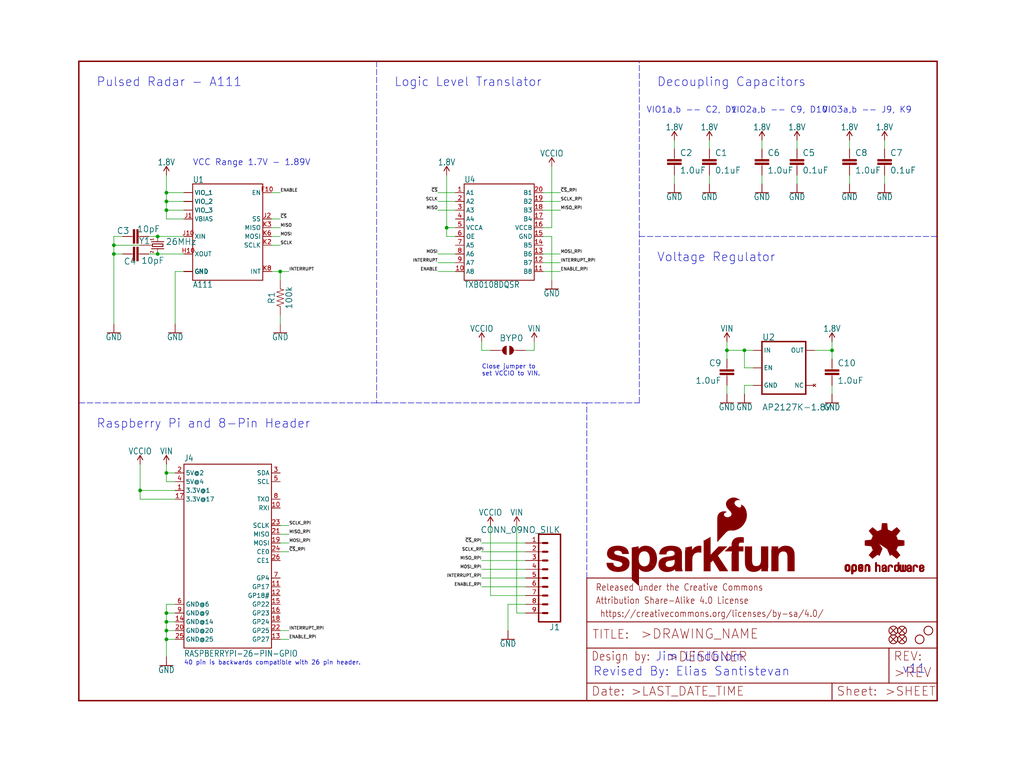
<source format=kicad_sch>
(kicad_sch (version 20211123) (generator eeschema)
  (paper "User" 297.002 223.926)
  (lib_symbols
    (symbol "eagleSchem-eagle-import:0.1UF-0603-25V-(+80{slash}-20%)"
      (property "Reference" "C" (at 1.524 2.921 0))
      (property "Value" "0.1UF-0603-25V-(+80{slash}-20%)" (at 1.524 -2.159 0))
      (symbol "0.1UF-0603-25V-(+80{slash}-20%)_1_0"
        (pin passive line (at 0 5.08 270) (length 2.54) (name "1") (number "1"))
        (pin passive line (at 0 -2.54 90) (length 2.54) (name "2") (number "2"))
      )
    )
    (symbol "eagleSchem-eagle-import:1.0UF-0603-16V-10%"
      (property "Reference" "C" (at 1.524 2.921 0))
      (property "Value" "1.0UF-0603-16V-10%" (at 1.524 -2.159 0))
      (symbol "1.0UF-0603-16V-10%_1_0"
        (pin passive line (at 0 5.08 270) (length 2.54) (name "1") (number "1"))
        (pin passive line (at 0 -2.54 90) (length 2.54) (name "2") (number "2"))
      )
    )
    (symbol "eagleSchem-eagle-import:1.8V" (power)
      (property "Value" "1.8V" (at 0 2.794 0))
      (symbol "1.8V_1_0"
        (pin power_in line (at 0 0 90) (length 2.54) (name "1.8V") (number "1"))
      )
    )
    (symbol "eagleSchem-eagle-import:100KOHM-0603-1{slash}10W-1%"
      (property "Reference" "R" (at 0 1.524 0))
      (property "Value" "100KOHM-0603-1{slash}10W-1%" (at 0 -1.524 0))
      (symbol "100KOHM-0603-1{slash}10W-1%_1_0"
        (pin passive line (at -5.08 0 0) (length 2.54) (name "1") (number "1"))
        (pin passive line (at 5.08 0 180) (length 2.54) (name "2") (number "2"))
      )
    )
    (symbol "eagleSchem-eagle-import:10PF-0603-50V-5%"
      (property "Reference" "C" (at 1.524 2.921 0))
      (property "Value" "10PF-0603-50V-5%" (at 1.524 -2.159 0))
      (symbol "10PF-0603-50V-5%_1_0"
        (pin passive line (at 0 5.08 270) (length 2.54) (name "1") (number "1"))
        (pin passive line (at 0 -2.54 90) (length 2.54) (name "2") (number "2"))
      )
    )
    (symbol "eagleSchem-eagle-import:A111"
      (property "Reference" "U" (at -10.16 15.494 0))
      (property "Value" "A111" (at -10.16 -12.954 0))
      (symbol "A111_1_0"
        (pin bidirectional line (at -12.7 -10.16 0) (length 2.54) (name "GND") (number "A3"))
        (pin bidirectional line (at -12.7 -10.16 0) (length 2.54) (name "GND") (number "A4"))
        (pin bidirectional line (at -12.7 -10.16 0) (length 2.54) (name "GND") (number "A5"))
        (pin bidirectional line (at -12.7 -10.16 0) (length 2.54) (name "GND") (number "A6"))
        (pin bidirectional line (at -12.7 -10.16 0) (length 2.54) (name "GND") (number "A7"))
        (pin bidirectional line (at -12.7 -10.16 0) (length 2.54) (name "GND") (number "A8"))
        (pin bidirectional line (at -12.7 -10.16 0) (length 2.54) (name "GND") (number "A9"))
        (pin bidirectional line (at -12.7 -10.16 0) (length 2.54) (name "GND") (number "B10"))
        (pin bidirectional line (at -12.7 -10.16 0) (length 2.54) (name "GND") (number "B2"))
        (pin bidirectional line (at -12.7 -10.16 0) (length 2.54) (name "GND") (number "B9"))
        (pin bidirectional line (at -12.7 -10.16 0) (length 2.54) (name "GND") (number "C1"))
        (pin bidirectional line (at -12.7 -10.16 0) (length 2.54) (name "GND") (number "C10"))
        (pin bidirectional line (at -12.7 12.7 0) (length 2.54) (name "VIO_1") (number "C2"))
        (pin bidirectional line (at -12.7 10.16 0) (length 2.54) (name "VIO_2") (number "C9"))
        (pin bidirectional line (at -12.7 12.7 0) (length 2.54) (name "VIO_1") (number "D1"))
        (pin bidirectional line (at -12.7 10.16 0) (length 2.54) (name "VIO_2") (number "D10"))
        (pin bidirectional line (at -12.7 -10.16 0) (length 2.54) (name "GND") (number "D2"))
        (pin bidirectional line (at -12.7 -10.16 0) (length 2.54) (name "GND") (number "D9"))
        (pin bidirectional line (at -12.7 -10.16 0) (length 2.54) (name "GND") (number "E1"))
        (pin bidirectional line (at -12.7 -10.16 0) (length 2.54) (name "GND") (number "E10"))
        (pin bidirectional line (at -12.7 -10.16 0) (length 2.54) (name "GND") (number "E2"))
        (pin bidirectional line (at -12.7 -10.16 0) (length 2.54) (name "GND") (number "E9"))
        (pin bidirectional line (at -12.7 -10.16 0) (length 2.54) (name "GND") (number "F1"))
        (pin bidirectional line (at 12.7 12.7 180) (length 2.54) (name "EN") (number "F10"))
        (pin bidirectional line (at -12.7 -10.16 0) (length 2.54) (name "GND") (number "F2"))
        (pin bidirectional line (at -12.7 -10.16 0) (length 2.54) (name "GND") (number "F9"))
        (pin bidirectional line (at -12.7 -10.16 0) (length 2.54) (name "GND") (number "G1"))
        (pin bidirectional line (at -12.7 -10.16 0) (length 2.54) (name "GND") (number "G10"))
        (pin bidirectional line (at -12.7 -10.16 0) (length 2.54) (name "GND") (number "H1"))
        (pin bidirectional line (at -12.7 -5.08 0) (length 2.54) (name "XOUT") (number "H10"))
        (pin bidirectional line (at -12.7 -10.16 0) (length 2.54) (name "GND") (number "H2"))
        (pin bidirectional line (at -12.7 -10.16 0) (length 2.54) (name "GND") (number "H9"))
        (pin bidirectional line (at -12.7 5.08 0) (length 2.54) (name "VBIAS") (number "J1"))
        (pin bidirectional line (at -12.7 0 0) (length 2.54) (name "XIN") (number "J10"))
        (pin bidirectional line (at 12.7 5.08 180) (length 2.54) (name "SS") (number "J2"))
        (pin bidirectional line (at -12.7 -10.16 0) (length 2.54) (name "GND") (number "J3"))
        (pin bidirectional line (at -12.7 -10.16 0) (length 2.54) (name "GND") (number "J5"))
        (pin bidirectional line (at -12.7 -10.16 0) (length 2.54) (name "GND") (number "J6"))
        (pin bidirectional line (at -12.7 -10.16 0) (length 2.54) (name "GND") (number "J8"))
        (pin bidirectional line (at -12.7 7.62 0) (length 2.54) (name "VIO_3") (number "J9"))
        (pin bidirectional line (at 12.7 -2.54 180) (length 2.54) (name "SCLK") (number "K2"))
        (pin bidirectional line (at 12.7 2.54 180) (length 2.54) (name "MISO") (number "K3"))
        (pin bidirectional line (at -12.7 -10.16 0) (length 2.54) (name "GND") (number "K4"))
        (pin bidirectional line (at -12.7 -10.16 0) (length 2.54) (name "GND") (number "K5"))
        (pin bidirectional line (at 12.7 0 180) (length 2.54) (name "MOSI") (number "K6"))
        (pin bidirectional line (at -12.7 -10.16 0) (length 2.54) (name "GND") (number "K7"))
        (pin bidirectional line (at 12.7 -10.16 180) (length 2.54) (name "INT") (number "K8"))
        (pin bidirectional line (at -12.7 7.62 0) (length 2.54) (name "VIO_3") (number "K9"))
      )
    )
    (symbol "eagleSchem-eagle-import:CONN_09NO_SILK"
      (property "Reference" "J" (at 0 13.208 0))
      (property "Value" "CONN_09NO_SILK" (at 0 -14.986 0))
      (symbol "CONN_09NO_SILK_1_0"
        (pin passive line (at 10.16 -10.16 180) (length 5.08) (name "1") (number "1"))
        (pin passive line (at 10.16 -7.62 180) (length 5.08) (name "2") (number "2"))
        (pin passive line (at 10.16 -5.08 180) (length 5.08) (name "3") (number "3"))
        (pin passive line (at 10.16 -2.54 180) (length 5.08) (name "4") (number "4"))
        (pin passive line (at 10.16 0 180) (length 5.08) (name "5") (number "5"))
        (pin passive line (at 10.16 2.54 180) (length 5.08) (name "6") (number "6"))
        (pin passive line (at 10.16 5.08 180) (length 5.08) (name "7") (number "7"))
        (pin passive line (at 10.16 7.62 180) (length 5.08) (name "8") (number "8"))
        (pin passive line (at 10.16 10.16 180) (length 5.08) (name "9") (number "9"))
      )
    )
    (symbol "eagleSchem-eagle-import:CRYSTAL-26MHZSMD-3.2X2.5"
      (property "Reference" "Y" (at -1.27 -1.524 0))
      (property "Value" "CRYSTAL-26MHZSMD-3.2X2.5" (at 1.524 -1.524 0))
      (symbol "CRYSTAL-26MHZSMD-3.2X2.5_1_0"
        (text "1" (at -2.159 -1.143 0) (effects (font (size 0.8636 0.734)) (justify left bottom)))
        (text "2" (at 1.524 -1.143 0) (effects (font (size 0.8636 0.734)) (justify left bottom)))
        (pin passive line (at -2.54 0 0) (length 0) (name "1") (number "1"))
        (pin power_in line (at 0 -5.08 90) (length 2.54) (name "GND") (number "2"))
        (pin passive line (at 2.54 0 180) (length 0) (name "2") (number "3"))
        (pin power_in line (at 0 -5.08 90) (length 2.54) (name "GND") (number "4"))
      )
    )
    (symbol "eagleSchem-eagle-import:FIDUCIALUFIDUCIAL")
    (symbol "eagleSchem-eagle-import:FRAME-LETTER"
      (symbol "FRAME-LETTER_2_0"
        (text " https://creativecommons.org/licenses/by-sa/4.0/" (at 2.54 24.13 0) (effects (font (size 1.9304 1.6408)) (justify left bottom)))
        (text ">DESIGNER" (at 23.114 11.176 0) (effects (font (size 2.7432 2.7432)) (justify left bottom)))
        (text ">DRAWING_NAME" (at 15.494 17.78 0) (effects (font (size 2.7432 2.7432)) (justify left bottom)))
        (text ">LAST_DATE_TIME" (at 12.7 1.27 0) (effects (font (size 2.54 2.54)) (justify left bottom)))
        (text ">REV" (at 88.9 6.604 0) (effects (font (size 2.7432 2.7432)) (justify left bottom)))
        (text ">SHEET" (at 86.36 1.27 0) (effects (font (size 2.54 2.54)) (justify left bottom)))
        (text "Attribution Share-Alike 4.0 License" (at 2.54 27.94 0) (effects (font (size 1.9304 1.6408)) (justify left bottom)))
        (text "Date:" (at 1.27 1.27 0) (effects (font (size 2.54 2.54)) (justify left bottom)))
        (text "Design by:" (at 1.27 11.43 0) (effects (font (size 2.54 2.159)) (justify left bottom)))
        (text "Released under the Creative Commons" (at 2.54 31.75 0) (effects (font (size 1.9304 1.6408)) (justify left bottom)))
        (text "REV:" (at 88.9 11.43 0) (effects (font (size 2.54 2.54)) (justify left bottom)))
        (text "Sheet:" (at 72.39 1.27 0) (effects (font (size 2.54 2.54)) (justify left bottom)))
        (text "TITLE:" (at 1.524 17.78 0) (effects (font (size 2.54 2.54)) (justify left bottom)))
      )
    )
    (symbol "eagleSchem-eagle-import:GND" (power)
      (property "Value" "GND" (at 0 -0.254 0))
      (symbol "GND_1_0"
        (pin power_in line (at 0 2.54 270) (length 2.54) (name "GND") (number "1"))
      )
    )
    (symbol "eagleSchem-eagle-import:JUMPER-SMT_2_NO_SILK"
      (property "Reference" "JP" (at -2.54 2.54 0))
      (property "Value" "JUMPER-SMT_2_NO_SILK" (at -2.54 -2.54 0))
      (symbol "JUMPER-SMT_2_NO_SILK_1_0"
        (pin passive line (at -5.08 0 0) (length 2.54) (name "1") (number "1"))
        (pin passive line (at 5.08 0 180) (length 2.54) (name "2") (number "2"))
      )
    )
    (symbol "eagleSchem-eagle-import:OSHW-LOGOS")
    (symbol "eagleSchem-eagle-import:RASPBERRYPI-26-PIN-GPIO"
      (property "Reference" "J" (at -12.7 28.702 0))
      (property "Value" "RASPBERRYPI-26-PIN-GPIO" (at -12.7 -27.94 0))
      (symbol "RASPBERRYPI-26-PIN-GPIO_1_0"
        (pin power_in line (at -15.24 20.32 0) (length 2.54) (name "3.3V@1") (number "1"))
        (pin input line (at 15.24 15.24 180) (length 2.54) (name "RXI") (number "10"))
        (pin bidirectional line (at 15.24 -7.62 180) (length 2.54) (name "GP17") (number "11"))
        (pin bidirectional line (at 15.24 -10.16 180) (length 2.54) (name "GP18#") (number "12"))
        (pin bidirectional line (at 15.24 -22.86 180) (length 2.54) (name "GP27") (number "13"))
        (pin power_in line (at -15.24 -17.78 0) (length 2.54) (name "GND@14") (number "14"))
        (pin bidirectional line (at 15.24 -12.7 180) (length 2.54) (name "GP22") (number "15"))
        (pin bidirectional line (at 15.24 -15.24 180) (length 2.54) (name "GP23") (number "16"))
        (pin power_in line (at -15.24 17.78 0) (length 2.54) (name "3.3V@17") (number "17"))
        (pin bidirectional line (at 15.24 -17.78 180) (length 2.54) (name "GP24") (number "18"))
        (pin output line (at 15.24 5.08 180) (length 2.54) (name "MOSI") (number "19"))
        (pin power_in line (at -15.24 25.4 0) (length 2.54) (name "5V@2") (number "2"))
        (pin power_in line (at -15.24 -20.32 0) (length 2.54) (name "GND@20") (number "20"))
        (pin input line (at 15.24 7.62 180) (length 2.54) (name "MISO") (number "21"))
        (pin bidirectional line (at 15.24 -20.32 180) (length 2.54) (name "GP25") (number "22"))
        (pin output line (at 15.24 10.16 180) (length 2.54) (name "SCLK") (number "23"))
        (pin output line (at 15.24 2.54 180) (length 2.54) (name "CE0") (number "24"))
        (pin power_in line (at -15.24 -22.86 0) (length 2.54) (name "GND@25") (number "25"))
        (pin output line (at 15.24 0 180) (length 2.54) (name "CE1") (number "26"))
        (pin bidirectional line (at 15.24 25.4 180) (length 2.54) (name "SDA") (number "3"))
        (pin power_in line (at -15.24 22.86 0) (length 2.54) (name "5V@4") (number "4"))
        (pin bidirectional line (at 15.24 22.86 180) (length 2.54) (name "SCL") (number "5"))
        (pin power_in line (at -15.24 -12.7 0) (length 2.54) (name "GND@6") (number "6"))
        (pin bidirectional line (at 15.24 -5.08 180) (length 2.54) (name "GP4") (number "7"))
        (pin output line (at 15.24 17.78 180) (length 2.54) (name "TXO") (number "8"))
        (pin power_in line (at -15.24 -15.24 0) (length 2.54) (name "GND@9") (number "9"))
      )
    )
    (symbol "eagleSchem-eagle-import:SFE_LOGO_NAME_FLAME.1_INCH")
    (symbol "eagleSchem-eagle-import:STAND-OFF")
    (symbol "eagleSchem-eagle-import:TXB0108"
      (property "Reference" "U" (at -10.16 13.97 0))
      (property "Value" "TXB0108" (at -10.16 -16.51 0))
      (symbol "TXB0108_1_0"
        (pin bidirectional line (at -12.7 10.16 0) (length 2.54) (name "A1") (number "1"))
        (pin bidirectional line (at -12.7 -12.7 0) (length 2.54) (name "A8") (number "10"))
        (pin bidirectional line (at 12.7 -12.7 180) (length 2.54) (name "B8") (number "11"))
        (pin bidirectional line (at 12.7 -10.16 180) (length 2.54) (name "B7") (number "12"))
        (pin bidirectional line (at 12.7 -7.62 180) (length 2.54) (name "B6") (number "13"))
        (pin bidirectional line (at 12.7 -5.08 180) (length 2.54) (name "B5") (number "14"))
        (pin bidirectional line (at 12.7 -2.54 180) (length 2.54) (name "GND") (number "15"))
        (pin bidirectional line (at 12.7 0 180) (length 2.54) (name "VCCB") (number "16"))
        (pin bidirectional line (at 12.7 2.54 180) (length 2.54) (name "B4") (number "17"))
        (pin bidirectional line (at 12.7 5.08 180) (length 2.54) (name "B3") (number "18"))
        (pin bidirectional line (at 12.7 7.62 180) (length 2.54) (name "B2") (number "19"))
        (pin bidirectional line (at -12.7 7.62 0) (length 2.54) (name "A2") (number "2"))
        (pin bidirectional line (at 12.7 10.16 180) (length 2.54) (name "B1") (number "20"))
        (pin bidirectional line (at -12.7 5.08 0) (length 2.54) (name "A3") (number "3"))
        (pin bidirectional line (at -12.7 2.54 0) (length 2.54) (name "A4") (number "4"))
        (pin bidirectional line (at -12.7 0 0) (length 2.54) (name "VCCA") (number "5"))
        (pin bidirectional line (at -12.7 -2.54 0) (length 2.54) (name "OE") (number "6"))
        (pin bidirectional line (at -12.7 -5.08 0) (length 2.54) (name "A5") (number "7"))
        (pin bidirectional line (at -12.7 -7.62 0) (length 2.54) (name "A6") (number "8"))
        (pin bidirectional line (at -12.7 -10.16 0) (length 2.54) (name "A7") (number "9"))
      )
    )
    (symbol "eagleSchem-eagle-import:VCCIO" (power)
      (property "Value" "VCCIO" (at 0 2.794 0))
      (symbol "VCCIO_1_0"
        (pin power_in line (at 0 0 90) (length 2.54) (name "VCCIO") (number "1"))
      )
    )
    (symbol "eagleSchem-eagle-import:VIN" (power)
      (property "Value" "VIN" (at 0 2.794 0))
      (symbol "VIN_1_0"
        (pin power_in line (at 0 0 90) (length 2.54) (name "VIN") (number "1"))
      )
    )
    (symbol "eagleSchem-eagle-import:V_REG_AP2127K-1.8V"
      (property "Reference" "U" (at -7.62 7.874 0))
      (property "Value" "V_REG_AP2127K-1.8V" (at -7.62 -7.874 0))
      (symbol "V_REG_AP2127K-1.8V_1_0"
        (pin input line (at -10.16 5.08 0) (length 2.54) (name "IN") (number "1"))
        (pin input line (at -10.16 -5.08 0) (length 2.54) (name "GND") (number "2"))
        (pin input line (at -10.16 0 0) (length 2.54) (name "EN") (number "3"))
        (pin no_connect line (at 7.62 -5.08 180) (length 2.54) (name "NC") (number "4"))
        (pin passive line (at 7.62 5.08 180) (length 2.54) (name "OUT") (number "5"))
      )
    )
  )
  (junction (at 48.26 177.8))
  (junction (at 48.26 185.42))
  (junction (at 81.28 78.74))
  (junction (at 48.26 137.16))
  (junction (at 33.02 73.66))
  (junction (at 210.82 101.6))
  (junction (at 40.64 142.24))
  (junction (at 48.26 58.42))
  (junction (at 45.72 73.66))
  (junction (at 215.9 101.6))
  (junction (at 48.26 60.96))
  (junction (at 129.54 66.04))
  (junction (at 48.26 182.88))
  (junction (at 33.02 71.12))
  (junction (at 45.72 68.58))
  (junction (at 241.3 101.6))
  (junction (at 48.26 55.88))
  (junction (at 48.26 180.34))
  (wire (pts (xy 139.7 165.1) (xy 152.4 165.1)))
  (wire (pts (xy 132.08 60.96) (xy 127 60.96)))
  (wire (pts (xy 48.26 55.88) (xy 48.26 50.8)))
  (wire (pts (xy 48.26 58.42) (xy 48.26 55.88)))
  (wire (pts (xy 50.8 144.78) (xy 40.64 144.78)))
  (wire (pts (xy 78.74 63.5) (xy 81.28 63.5)))
  (wire (pts (xy 246.38 40.64) (xy 246.38 43.18)))
  (wire (pts (xy 50.8 137.16) (xy 48.26 137.16)))
  (wire (pts (xy 50.8 93.98) (xy 50.8 78.74)))
  (wire (pts (xy 195.58 40.64) (xy 195.58 43.18)))
  (wire (pts (xy 48.26 175.26) (xy 48.26 177.8)))
  (wire (pts (xy 231.14 40.64) (xy 231.14 43.18)))
  (wire (pts (xy 205.74 40.64) (xy 205.74 43.18)))
  (wire (pts (xy 210.82 101.6) (xy 210.82 99.06)))
  (wire (pts (xy 53.34 60.96) (xy 48.26 60.96)))
  (wire (pts (xy 132.08 68.58) (xy 129.54 68.58)))
  (wire (pts (xy 139.7 167.64) (xy 152.4 167.64)))
  (wire (pts (xy 132.08 58.42) (xy 127 58.42)))
  (wire (pts (xy 157.48 55.88) (xy 162.56 55.88)))
  (wire (pts (xy 218.44 111.76) (xy 215.9 111.76)))
  (wire (pts (xy 132.08 73.66) (xy 127 73.66)))
  (wire (pts (xy 205.74 53.34) (xy 205.74 50.8)))
  (wire (pts (xy 132.08 78.74) (xy 127 78.74)))
  (wire (pts (xy 210.82 114.3) (xy 210.82 111.76)))
  (wire (pts (xy 160.02 68.58) (xy 160.02 81.28)))
  (polyline (pts (xy 170.18 116.84) (xy 185.42 116.84)))
  (wire (pts (xy 241.3 114.3) (xy 241.3 111.76)))
  (polyline (pts (xy 109.22 17.78) (xy 109.22 116.84)))
  (wire (pts (xy 35.56 68.58) (xy 33.02 68.58)))
  (wire (pts (xy 154.94 101.6) (xy 154.94 99.06)))
  (wire (pts (xy 215.9 101.6) (xy 210.82 101.6)))
  (wire (pts (xy 132.08 66.04) (xy 129.54 66.04)))
  (wire (pts (xy 33.02 68.58) (xy 33.02 71.12)))
  (wire (pts (xy 78.74 68.58) (xy 81.28 68.58)))
  (wire (pts (xy 78.74 71.12) (xy 81.28 71.12)))
  (wire (pts (xy 231.14 53.34) (xy 231.14 50.8)))
  (wire (pts (xy 50.8 139.7) (xy 48.26 139.7)))
  (wire (pts (xy 45.72 73.66) (xy 53.34 73.66)))
  (wire (pts (xy 142.24 101.6) (xy 139.7 101.6)))
  (wire (pts (xy 157.48 68.58) (xy 160.02 68.58)))
  (polyline (pts (xy 185.42 116.84) (xy 185.42 68.58)))
  (wire (pts (xy 53.34 58.42) (xy 48.26 58.42)))
  (wire (pts (xy 33.02 71.12) (xy 33.02 73.66)))
  (wire (pts (xy 45.72 68.58) (xy 53.34 68.58)))
  (polyline (pts (xy 109.22 116.84) (xy 170.18 116.84)))
  (wire (pts (xy 81.28 185.42) (xy 83.82 185.42)))
  (wire (pts (xy 50.8 182.88) (xy 48.26 182.88)))
  (wire (pts (xy 215.9 114.3) (xy 215.9 111.76)))
  (wire (pts (xy 48.26 60.96) (xy 48.26 58.42)))
  (wire (pts (xy 48.26 137.16) (xy 48.26 134.62)))
  (wire (pts (xy 45.72 73.66) (xy 43.18 73.66)))
  (wire (pts (xy 215.9 106.68) (xy 215.9 101.6)))
  (wire (pts (xy 48.26 180.34) (xy 48.26 182.88)))
  (wire (pts (xy 40.64 71.12) (xy 33.02 71.12)))
  (wire (pts (xy 48.26 139.7) (xy 48.26 137.16)))
  (polyline (pts (xy 109.22 116.84) (xy 22.86 116.84)))
  (polyline (pts (xy 170.18 167.64) (xy 170.18 116.84)))
  (wire (pts (xy 129.54 66.04) (xy 129.54 50.8)))
  (wire (pts (xy 53.34 55.88) (xy 48.26 55.88)))
  (wire (pts (xy 48.26 182.88) (xy 48.26 185.42)))
  (wire (pts (xy 157.48 66.04) (xy 160.02 66.04)))
  (wire (pts (xy 132.08 55.88) (xy 127 55.88)))
  (wire (pts (xy 78.74 78.74) (xy 81.28 78.74)))
  (wire (pts (xy 142.24 172.72) (xy 142.24 152.4)))
  (wire (pts (xy 218.44 106.68) (xy 215.9 106.68)))
  (wire (pts (xy 157.48 58.42) (xy 162.56 58.42)))
  (wire (pts (xy 40.64 142.24) (xy 40.64 134.62)))
  (wire (pts (xy 81.28 93.98) (xy 81.28 91.44)))
  (wire (pts (xy 246.38 53.34) (xy 246.38 50.8)))
  (wire (pts (xy 241.3 101.6) (xy 241.3 99.06)))
  (wire (pts (xy 149.86 177.8) (xy 149.86 152.4)))
  (wire (pts (xy 81.28 154.94) (xy 83.82 154.94)))
  (wire (pts (xy 220.98 40.64) (xy 220.98 43.18)))
  (wire (pts (xy 81.28 152.4) (xy 83.82 152.4)))
  (wire (pts (xy 81.28 78.74) (xy 83.82 78.74)))
  (wire (pts (xy 152.4 175.26) (xy 147.32 175.26)))
  (wire (pts (xy 81.28 157.48) (xy 83.82 157.48)))
  (wire (pts (xy 139.7 160.02) (xy 152.4 160.02)))
  (wire (pts (xy 48.26 63.5) (xy 48.26 60.96)))
  (wire (pts (xy 160.02 66.04) (xy 160.02 48.26)))
  (wire (pts (xy 215.9 101.6) (xy 218.44 101.6)))
  (wire (pts (xy 78.74 66.04) (xy 81.28 66.04)))
  (wire (pts (xy 210.82 101.6) (xy 210.82 104.14)))
  (wire (pts (xy 81.28 81.28) (xy 81.28 78.74)))
  (wire (pts (xy 139.7 170.18) (xy 152.4 170.18)))
  (wire (pts (xy 48.26 177.8) (xy 48.26 180.34)))
  (wire (pts (xy 157.48 78.74) (xy 162.56 78.74)))
  (wire (pts (xy 35.56 73.66) (xy 33.02 73.66)))
  (wire (pts (xy 236.22 101.6) (xy 241.3 101.6)))
  (wire (pts (xy 195.58 53.34) (xy 195.58 50.8)))
  (wire (pts (xy 139.7 162.56) (xy 152.4 162.56)))
  (wire (pts (xy 50.8 177.8) (xy 48.26 177.8)))
  (wire (pts (xy 147.32 175.26) (xy 147.32 182.88)))
  (wire (pts (xy 81.28 182.88) (xy 83.82 182.88)))
  (wire (pts (xy 81.28 160.02) (xy 83.82 160.02)))
  (wire (pts (xy 53.34 63.5) (xy 48.26 63.5)))
  (wire (pts (xy 50.8 180.34) (xy 48.26 180.34)))
  (wire (pts (xy 157.48 73.66) (xy 162.56 73.66)))
  (wire (pts (xy 152.4 177.8) (xy 149.86 177.8)))
  (wire (pts (xy 139.7 157.48) (xy 152.4 157.48)))
  (wire (pts (xy 78.74 55.88) (xy 81.28 55.88)))
  (wire (pts (xy 152.4 101.6) (xy 154.94 101.6)))
  (wire (pts (xy 139.7 101.6) (xy 139.7 99.06)))
  (wire (pts (xy 40.64 144.78) (xy 40.64 142.24)))
  (wire (pts (xy 129.54 68.58) (xy 129.54 66.04)))
  (wire (pts (xy 132.08 76.2) (xy 127 76.2)))
  (wire (pts (xy 241.3 104.14) (xy 241.3 101.6)))
  (wire (pts (xy 50.8 78.74) (xy 53.34 78.74)))
  (wire (pts (xy 256.54 40.64) (xy 256.54 43.18)))
  (wire (pts (xy 45.72 68.58) (xy 43.18 68.58)))
  (wire (pts (xy 50.8 142.24) (xy 40.64 142.24)))
  (polyline (pts (xy 185.42 68.58) (xy 271.78 68.58)))
  (wire (pts (xy 220.98 53.34) (xy 220.98 50.8)))
  (wire (pts (xy 256.54 53.34) (xy 256.54 50.8)))
  (wire (pts (xy 33.02 73.66) (xy 33.02 93.98)))
  (wire (pts (xy 157.48 60.96) (xy 162.56 60.96)))
  (wire (pts (xy 152.4 172.72) (xy 142.24 172.72)))
  (wire (pts (xy 157.48 76.2) (xy 162.56 76.2)))
  (polyline (pts (xy 185.42 68.58) (xy 185.42 17.78)))
  (wire (pts (xy 48.26 185.42) (xy 48.26 190.5)))
  (wire (pts (xy 50.8 185.42) (xy 48.26 185.42)))
  (wire (pts (xy 50.8 175.26) (xy 48.26 175.26)))
  (text "Jim Lindblom" (at 189.992 192.024 180) (effects (font (size 2.54 2.54)) (justify left bottom)))
  (text "VIO2a,b -- C9, D10" (at 226.06 33.02 180) (effects (font (size 1.778 1.778)) (justify bottom)))
  (text "Pulsed Radar - A111" (at 27.94 25.4 180) (effects (font (size 2.54 2.54)) (justify left bottom)))
  (text "VIO3a,b -- J9, K9" (at 251.46 33.02 180) (effects (font (size 1.778 1.778)) (justify bottom)))
  (text "Decoupling Capacitors" (at 190.5 25.4 180) (effects (font (size 2.54 2.54)) (justify left bottom)))
  (text "Raspberry Pi and 8-Pin Header" (at 27.94 124.46 180) (effects (font (size 2.54 2.54)) (justify left bottom)))
  (text "VIO1a,b -- C2, D1" (at 200.66 33.02 180) (effects (font (size 1.778 1.778)) (justify bottom)))
  (text "Close jumper to\nset VCCIO to VIN." (at 139.7 109.22 180) (effects (font (size 1.27 1.27)) (justify left bottom)))
  (text "Voltage Regulator" (at 190.5 76.2 180) (effects (font (size 2.54 2.54)) (justify left bottom)))
  (text "40 pin is backwards compatible with 26 pin header." (at 53.34 193.04 0) (effects (font (size 1.27 1.27)) (justify left bottom)))
  (text "VCC Range 1.7V - 1.89V" (at 55.88 48.26 180) (effects (font (size 1.778 1.778)) (justify left bottom)))
  (text "Revised By: Elias Santistevan" (at 171.958 196.342 180) (effects (font (size 2.54 2.54)) (justify left bottom)))
  (text "v11" (at 261.62 195.58 180) (effects (font (size 2.54 2.54)) (justify left bottom)))
  (text "Logic Level Translator" (at 114.3 25.4 180) (effects (font (size 2.54 2.54)) (justify left bottom)))
  (label "INTERRUPT_RPI" (at 139.7 167.64 180) (effects (font (size 0.889 0.889))))
  (label "ENABLE" (at 81.28 55.88 0) (effects (font (size 0.889 0.889))))
  (label "MISO" (at 127 60.96 180) (effects (font (size 0.889 0.889))))
  (label "INTERRUPT_RPI" (at 83.82 182.88 0) (effects (font (size 0.889 0.889))))
  (label "MOSI_RPI" (at 162.56 73.66 0) (effects (font (size 0.889 0.889))))
  (label "ENABLE_RPI" (at 83.82 185.42 0) (effects (font (size 0.889 0.889))))
  (label "~{CS}" (at 127 55.88 180) (effects (font (size 0.889 0.889))))
  (label "SCLK_RPI" (at 83.82 152.4 0) (effects (font (size 0.889 0.889))))
  (label "~{CS}" (at 81.28 63.5 0) (effects (font (size 0.889 0.889))))
  (label "MISO_RPI" (at 83.82 154.94 0) (effects (font (size 0.889 0.889))))
  (label "ENABLE" (at 127 78.74 180) (effects (font (size 0.889 0.889))))
  (label "SCLK" (at 81.28 71.12 0) (effects (font (size 0.889 0.889))))
  (label "INTERRUPT_RPI" (at 162.56 76.2 0) (effects (font (size 0.889 0.889))))
  (label "MISO_RPI" (at 139.7 162.56 180) (effects (font (size 0.889 0.889))))
  (label "INTERRUPT" (at 83.82 78.74 0) (effects (font (size 0.889 0.889))))
  (label "MOSI_RPI" (at 139.7 165.1 180) (effects (font (size 0.889 0.889))))
  (label "ENABLE_RPI" (at 139.7 170.18 180) (effects (font (size 0.889 0.889))))
  (label "MOSI" (at 81.28 68.58 0) (effects (font (size 0.889 0.889))))
  (label "~{CS}_RPI" (at 162.56 55.88 0) (effects (font (size 0.889 0.889))))
  (label "SCLK_RPI" (at 162.56 58.42 0) (effects (font (size 0.889 0.889))))
  (label "MISO" (at 81.28 66.04 0) (effects (font (size 0.889 0.889))))
  (label "INTERRUPT" (at 127 76.2 180) (effects (font (size 0.889 0.889))))
  (label "MISO_RPI" (at 162.56 60.96 0) (effects (font (size 0.889 0.889))))
  (label "MOSI" (at 127 73.66 180) (effects (font (size 0.889 0.889))))
  (label "ENABLE_RPI" (at 162.56 78.74 0) (effects (font (size 0.889 0.889))))
  (label "~{CS}_RPI" (at 139.7 157.48 180) (effects (font (size 0.889 0.889))))
  (label "SCLK_RPI" (at 140.335 160.02 180) (effects (font (size 0.889 0.889))))
  (label "SCLK" (at 127 58.42 180) (effects (font (size 0.889 0.889))))
  (label "MOSI_RPI" (at 83.82 157.48 0) (effects (font (size 0.889 0.889))))
  (label "~{CS}_RPI" (at 83.82 160.02 0) (effects (font (size 0.889 0.889))))
  (symbol (lib_id "eagleSchem-eagle-import:1.0UF-0603-16V-10%") (at 210.82 109.22 0) (mirror y) (unit 1)
    (property "Reference" "C9" (at 209.296 106.299 0) (effects (font (size 1.778 1.778)) (justify left bottom)))
    (property "Value" "1.0uF" (at 209.296 111.379 0) (effects (font (size 1.778 1.778)) (justify left bottom)))
    (property "Footprint" "eagleSchem:0603" (effects hide))
  )
  (symbol (lib_id "eagleSchem-eagle-import:VCCIO") (at 40.64 134.62 0) (unit 1)
    (property "Reference" "#SUPPLY11" (effects hide))
    (property "Value" "VCCIO" (at 40.64 131.826 0) (effects (font (size 1.778 1.5113)) (justify bottom)))
    (property "Footprint" "eagleSchem:" (effects hide))
  )
  (symbol (lib_id "eagleSchem-eagle-import:1.8V") (at 256.54 40.64 0) (unit 1)
    (property "Reference" "#SUPPLY7" (effects hide))
    (property "Value" "1.8V" (at 256.54 37.846 0) (effects (font (size 1.778 1.5113)) (justify bottom)))
    (property "Footprint" "eagleSchem:" (effects hide))
  )
  (symbol (lib_id "eagleSchem-eagle-import:GND") (at 195.58 55.88 0) (unit 1)
    (property "Reference" "#GND3" (effects hide))
    (property "Value" "GND" (at 195.58 56.134 0) (effects (font (size 1.778 1.5113)) (justify top)))
    (property "Footprint" "eagleSchem:" (effects hide))
  )
  (symbol (lib_id "eagleSchem-eagle-import:GND") (at 50.8 96.52 0) (unit 1)
    (property "Reference" "#GND1" (effects hide))
    (property "Value" "GND" (at 50.8 96.774 0) (effects (font (size 1.778 1.5113)) (justify top)))
    (property "Footprint" "eagleSchem:" (effects hide))
  )
  (symbol (lib_id "eagleSchem-eagle-import:TXB0108") (at 144.78 66.04 0) (unit 1)
    (property "Reference" "U4" (at 134.62 52.07 0) (effects (font (size 1.778 1.5113)) (justify left)))
    (property "Value" "TXB0108DQSR" (at 134.62 82.55 0) (effects (font (size 1.778 1.5113)) (justify left)))
    (property "Footprint" "eagleSchem:UFDFN-20" (effects hide))
  )
  (symbol (lib_id "eagleSchem-eagle-import:STAND-OFF") (at 266.7 185.42 0) (unit 1)
    (property "Reference" "H2" (effects hide))
    (property "Value" "STAND-OFF" (effects hide))
    (property "Footprint" "eagleSchem:STAND-OFF" (effects hide))
  )
  (symbol (lib_id "eagleSchem-eagle-import:FIDUCIALUFIDUCIAL") (at 261.62 185.42 0) (unit 1)
    (property "Reference" "FD1" (effects hide))
    (property "Value" "FIDUCIALUFIDUCIAL" (effects hide))
    (property "Footprint" "eagleSchem:FIDUCIAL-MICRO" (effects hide))
  )
  (symbol (lib_id "eagleSchem-eagle-import:CRYSTAL-26MHZSMD-3.2X2.5") (at 45.72 71.12 270) (unit 1)
    (property "Reference" "Y1" (at 43.688 70.866 90) (effects (font (size 1.778 1.778)) (justify right bottom)))
    (property "Value" "26MHz" (at 48.006 71.12 90) (effects (font (size 1.778 1.778)) (justify left bottom)))
    (property "Footprint" "eagleSchem:CRYSTAL-SMD-3.2X2.5MM" (effects hide))
  )
  (symbol (lib_id "eagleSchem-eagle-import:FRAME-LETTER") (at 22.86 203.2 0) (unit 1)
    (property "Reference" "FRAME1" (effects hide))
    (property "Value" "FRAME-LETTER" (effects hide))
    (property "Footprint" "eagleSchem:CREATIVE_COMMONS" (effects hide))
  )
  (symbol (lib_id "eagleSchem-eagle-import:VIN") (at 48.26 134.62 0) (unit 1)
    (property "Reference" "#SUPPLY8" (effects hide))
    (property "Value" "VIN" (at 48.26 131.826 0) (effects (font (size 1.778 1.5113)) (justify bottom)))
    (property "Footprint" "eagleSchem:" (effects hide))
  )
  (symbol (lib_id "eagleSchem-eagle-import:1.8V") (at 205.74 40.64 0) (unit 1)
    (property "Reference" "#SUPPLY3" (effects hide))
    (property "Value" "1.8V" (at 205.74 37.846 0) (effects (font (size 1.778 1.5113)) (justify bottom)))
    (property "Footprint" "eagleSchem:" (effects hide))
  )
  (symbol (lib_id "eagleSchem-eagle-import:GND") (at 241.3 116.84 0) (unit 1)
    (property "Reference" "#GND12" (effects hide))
    (property "Value" "GND" (at 241.3 117.094 0) (effects (font (size 1.778 1.5113)) (justify top)))
    (property "Footprint" "eagleSchem:" (effects hide))
  )
  (symbol (lib_id "eagleSchem-eagle-import:1.0UF-0603-16V-10%") (at 246.38 48.26 0) (unit 1)
    (property "Reference" "C8" (at 247.904 45.339 0) (effects (font (size 1.778 1.778)) (justify left bottom)))
    (property "Value" "1.0uF" (at 247.904 50.419 0) (effects (font (size 1.778 1.778)) (justify left bottom)))
    (property "Footprint" "eagleSchem:0603" (effects hide))
  )
  (symbol (lib_id "eagleSchem-eagle-import:V_REG_AP2127K-1.8V") (at 228.6 106.68 0) (unit 1)
    (property "Reference" "U2" (at 220.98 98.806 0) (effects (font (size 1.778 1.778)) (justify left bottom)))
    (property "Value" "AP2127K-1.8V" (at 220.98 117.094 0) (effects (font (size 1.778 1.778)) (justify left top)))
    (property "Footprint" "eagleSchem:SOT23-5" (effects hide))
  )
  (symbol (lib_id "eagleSchem-eagle-import:FIDUCIALUFIDUCIAL") (at 259.08 182.88 0) (unit 1)
    (property "Reference" "FD3" (effects hide))
    (property "Value" "FIDUCIALUFIDUCIAL" (effects hide))
    (property "Footprint" "eagleSchem:FIDUCIAL-MICRO" (effects hide))
  )
  (symbol (lib_id "eagleSchem-eagle-import:1.8V") (at 241.3 99.06 0) (unit 1)
    (property "Reference" "#SUPPLY10" (effects hide))
    (property "Value" "1.8V" (at 241.3 96.266 0) (effects (font (size 1.778 1.5113)) (justify bottom)))
    (property "Footprint" "eagleSchem:" (effects hide))
  )
  (symbol (lib_id "eagleSchem-eagle-import:GND") (at 147.32 185.42 0) (unit 1)
    (property "Reference" "#GND10" (effects hide))
    (property "Value" "GND" (at 147.32 185.674 0) (effects (font (size 1.778 1.5113)) (justify top)))
    (property "Footprint" "eagleSchem:" (effects hide))
  )
  (symbol (lib_id "eagleSchem-eagle-import:STAND-OFF") (at 269.24 182.88 0) (unit 1)
    (property "Reference" "H1" (effects hide))
    (property "Value" "STAND-OFF" (effects hide))
    (property "Footprint" "eagleSchem:STAND-OFF" (effects hide))
  )
  (symbol (lib_id "eagleSchem-eagle-import:FRAME-LETTER") (at 170.18 203.2 0) (unit 2)
    (property "Reference" "FRAME1" (effects hide))
    (property "Value" "FRAME-LETTER" (effects hide))
    (property "Footprint" "eagleSchem:CREATIVE_COMMONS" (effects hide))
  )
  (symbol (lib_id "eagleSchem-eagle-import:1.8V") (at 48.26 50.8 0) (unit 1)
    (property "Reference" "#SUPPLY1" (effects hide))
    (property "Value" "1.8V" (at 48.26 48.006 0) (effects (font (size 1.778 1.5113)) (justify bottom)))
    (property "Footprint" "eagleSchem:" (effects hide))
  )
  (symbol (lib_id "eagleSchem-eagle-import:VCCIO") (at 139.7 99.06 0) (unit 1)
    (property "Reference" "#SUPPLY17" (effects hide))
    (property "Value" "VCCIO" (at 139.7 96.266 0) (effects (font (size 1.778 1.5113)) (justify bottom)))
    (property "Footprint" "eagleSchem:" (effects hide))
  )
  (symbol (lib_id "eagleSchem-eagle-import:SFE_LOGO_NAME_FLAME.1_INCH") (at 175.26 170.18 0) (unit 1)
    (property "Reference" "LOGO1" (effects hide))
    (property "Value" "SFE_LOGO_NAME_FLAME.1_INCH" (effects hide))
    (property "Footprint" "eagleSchem:SFE_LOGO_NAME_FLAME_.1" (effects hide))
  )
  (symbol (lib_id "eagleSchem-eagle-import:GND") (at 210.82 116.84 0) (unit 1)
    (property "Reference" "#GND11" (effects hide))
    (property "Value" "GND" (at 210.82 117.094 0) (effects (font (size 1.778 1.5113)) (justify top)))
    (property "Footprint" "eagleSchem:" (effects hide))
  )
  (symbol (lib_id "eagleSchem-eagle-import:GND") (at 246.38 55.88 0) (unit 1)
    (property "Reference" "#GND7" (effects hide))
    (property "Value" "GND" (at 246.38 56.134 0) (effects (font (size 1.778 1.5113)) (justify top)))
    (property "Footprint" "eagleSchem:" (effects hide))
  )
  (symbol (lib_id "eagleSchem-eagle-import:VCCIO") (at 142.24 152.4 0) (unit 1)
    (property "Reference" "#SUPPLY15" (effects hide))
    (property "Value" "VCCIO" (at 142.24 149.606 0) (effects (font (size 1.778 1.5113)) (justify bottom)))
    (property "Footprint" "eagleSchem:" (effects hide))
  )
  (symbol (lib_id "eagleSchem-eagle-import:FIDUCIALUFIDUCIAL") (at 261.62 182.88 0) (unit 1)
    (property "Reference" "FD4" (effects hide))
    (property "Value" "FIDUCIALUFIDUCIAL" (effects hide))
    (property "Footprint" "eagleSchem:FIDUCIAL-MICRO" (effects hide))
  )
  (symbol (lib_id "eagleSchem-eagle-import:FIDUCIALUFIDUCIAL") (at 259.08 185.42 0) (unit 1)
    (property "Reference" "FD2" (effects hide))
    (property "Value" "FIDUCIALUFIDUCIAL" (effects hide))
    (property "Footprint" "eagleSchem:FIDUCIAL-MICRO" (effects hide))
  )
  (symbol (lib_id "eagleSchem-eagle-import:1.0UF-0603-16V-10%") (at 195.58 48.26 0) (unit 1)
    (property "Reference" "C2" (at 197.104 45.339 0) (effects (font (size 1.778 1.778)) (justify left bottom)))
    (property "Value" "1.0uF" (at 197.104 50.419 0) (effects (font (size 1.778 1.778)) (justify left bottom)))
    (property "Footprint" "eagleSchem:0603" (effects hide))
  )
  (symbol (lib_id "eagleSchem-eagle-import:0.1UF-0603-25V-(+80{slash}-20%)") (at 231.14 48.26 0) (unit 1)
    (property "Reference" "C5" (at 232.664 45.339 0) (effects (font (size 1.778 1.778)) (justify left bottom)))
    (property "Value" "0.1uF" (at 232.664 50.419 0) (effects (font (size 1.778 1.778)) (justify left bottom)))
    (property "Footprint" "eagleSchem:0603" (effects hide))
  )
  (symbol (lib_id "eagleSchem-eagle-import:1.8V") (at 195.58 40.64 0) (unit 1)
    (property "Reference" "#SUPPLY2" (effects hide))
    (property "Value" "1.8V" (at 195.58 37.846 0) (effects (font (size 1.778 1.5113)) (justify bottom)))
    (property "Footprint" "eagleSchem:" (effects hide))
  )
  (symbol (lib_id "eagleSchem-eagle-import:GND") (at 160.02 83.82 0) (unit 1)
    (property "Reference" "#GND13" (effects hide))
    (property "Value" "GND" (at 160.02 84.074 0) (effects (font (size 1.778 1.5113)) (justify top)))
    (property "Footprint" "eagleSchem:" (effects hide))
  )
  (symbol (lib_id "eagleSchem-eagle-import:1.8V") (at 220.98 40.64 0) (unit 1)
    (property "Reference" "#SUPPLY4" (effects hide))
    (property "Value" "1.8V" (at 220.98 37.846 0) (effects (font (size 1.778 1.5113)) (justify bottom)))
    (property "Footprint" "eagleSchem:" (effects hide))
  )
  (symbol (lib_id "eagleSchem-eagle-import:GND") (at 215.9 116.84 0) (unit 1)
    (property "Reference" "#GND15" (effects hide))
    (property "Value" "GND" (at 215.9 117.094 0) (effects (font (size 1.778 1.5113)) (justify top)))
    (property "Footprint" "eagleSchem:" (effects hide))
  )
  (symbol (lib_id "eagleSchem-eagle-import:1.8V") (at 231.14 40.64 0) (unit 1)
    (property "Reference" "#SUPPLY5" (effects hide))
    (property "Value" "1.8V" (at 231.14 37.846 0) (effects (font (size 1.778 1.5113)) (justify bottom)))
    (property "Footprint" "eagleSchem:" (effects hide))
  )
  (symbol (lib_id "eagleSchem-eagle-import:VIN") (at 149.86 152.4 0) (unit 1)
    (property "Reference" "#SUPPLY14" (effects hide))
    (property "Value" "VIN" (at 149.86 149.606 0) (effects (font (size 1.778 1.5113)) (justify bottom)))
    (property "Footprint" "eagleSchem:" (effects hide))
  )
  (symbol (lib_id "eagleSchem-eagle-import:CONN_09NO_SILK") (at 162.56 167.64 180) (unit 1)
    (property "Reference" "J1" (at 162.56 180.848 0) (effects (font (size 1.778 1.778)) (justify left bottom)))
    (property "Value" "CONN_09NO_SILK" (at 162.56 152.654 0) (effects (font (size 1.778 1.778)) (justify left bottom)))
    (property "Footprint" "eagleSchem:1X09_NO_SILK" (effects hide))
  )
  (symbol (lib_id "eagleSchem-eagle-import:GND") (at 205.74 55.88 0) (unit 1)
    (property "Reference" "#GND4" (effects hide))
    (property "Value" "GND" (at 205.74 56.134 0) (effects (font (size 1.778 1.5113)) (justify top)))
    (property "Footprint" "eagleSchem:" (effects hide))
  )
  (symbol (lib_id "eagleSchem-eagle-import:RASPBERRYPI-26-PIN-GPIO") (at 66.04 162.56 0) (unit 1)
    (property "Reference" "J4" (at 53.34 133.858 0) (effects (font (size 1.778 1.5113)) (justify left bottom)))
    (property "Value" "RASPBERRYPI-26-PIN-GPIO" (at 53.34 190.5 0) (effects (font (size 1.778 1.5113)) (justify left bottom)))
    (property "Footprint" "eagleSchem:2X13" (effects hide))
  )
  (symbol (lib_id "eagleSchem-eagle-import:A111") (at 66.04 68.58 0) (unit 1)
    (property "Reference" "U1" (at 55.88 53.086 0) (effects (font (size 1.778 1.5113)) (justify left bottom)))
    (property "Value" "A111" (at 55.88 81.534 0) (effects (font (size 1.778 1.5113)) (justify left top)))
    (property "Footprint" "eagleSchem:A111" (effects hide))
  )
  (symbol (lib_id "eagleSchem-eagle-import:100KOHM-0603-1{slash}10W-1%") (at 81.28 86.36 90) (unit 1)
    (property "Reference" "R1" (at 79.756 86.36 0) (effects (font (size 1.778 1.778)) (justify bottom)))
    (property "Value" "100k" (at 82.804 86.36 0) (effects (font (size 1.778 1.778)) (justify top)))
    (property "Footprint" "eagleSchem:0603" (effects hide))
  )
  (symbol (lib_id "eagleSchem-eagle-import:GND") (at 48.26 193.04 0) (unit 1)
    (property "Reference" "#GND14" (effects hide))
    (property "Value" "GND" (at 48.26 193.294 0) (effects (font (size 1.778 1.5113)) (justify top)))
    (property "Footprint" "eagleSchem:" (effects hide))
  )
  (symbol (lib_id "eagleSchem-eagle-import:10PF-0603-50V-5%") (at 40.64 73.66 90) (unit 1)
    (property "Reference" "C4" (at 35.814 74.803 90) (effects (font (size 1.778 1.778)) (justify right bottom)))
    (property "Value" "10pF" (at 40.894 76.581 90) (effects (font (size 1.778 1.778)) (justify right top)))
    (property "Footprint" "eagleSchem:0603" (effects hide))
  )
  (symbol (lib_id "eagleSchem-eagle-import:0.1UF-0603-25V-(+80{slash}-20%)") (at 205.74 48.26 0) (unit 1)
    (property "Reference" "C1" (at 207.264 45.339 0) (effects (font (size 1.778 1.778)) (justify left bottom)))
    (property "Value" "0.1uF" (at 207.264 50.419 0) (effects (font (size 1.778 1.778)) (justify left bottom)))
    (property "Footprint" "eagleSchem:0603" (effects hide))
  )
  (symbol (lib_id "eagleSchem-eagle-import:OSHW-LOGOS") (at 256.54 157.48 0) (unit 1)
    (property "Reference" "LOGO2" (effects hide))
    (property "Value" "OSHW-LOGOS" (effects hide))
    (property "Footprint" "eagleSchem:OSHW-LOGO-S" (effects hide))
  )
  (symbol (lib_id "eagleSchem-eagle-import:0.1UF-0603-25V-(+80{slash}-20%)") (at 256.54 48.26 0) (unit 1)
    (property "Reference" "C7" (at 258.064 45.339 0) (effects (font (size 1.778 1.778)) (justify left bottom)))
    (property "Value" "0.1uF" (at 258.064 50.419 0) (effects (font (size 1.778 1.778)) (justify left bottom)))
    (property "Footprint" "eagleSchem:0603" (effects hide))
  )
  (symbol (lib_id "eagleSchem-eagle-import:GND") (at 220.98 55.88 0) (unit 1)
    (property "Reference" "#GND5" (effects hide))
    (property "Value" "GND" (at 220.98 56.134 0) (effects (font (size 1.778 1.5113)) (justify top)))
    (property "Footprint" "eagleSchem:" (effects hide))
  )
  (symbol (lib_id "eagleSchem-eagle-import:VCCIO") (at 160.02 48.26 0) (unit 1)
    (property "Reference" "#SUPPLY13" (effects hide))
    (property "Value" "VCCIO" (at 160.02 45.466 0) (effects (font (size 1.778 1.5113)) (justify bottom)))
    (property "Footprint" "eagleSchem:" (effects hide))
  )
  (symbol (lib_id "eagleSchem-eagle-import:GND") (at 33.02 96.52 0) (unit 1)
    (property "Reference" "#GND2" (effects hide))
    (property "Value" "GND" (at 33.02 96.774 0) (effects (font (size 1.778 1.5113)) (justify top)))
    (property "Footprint" "eagleSchem:" (effects hide))
  )
  (symbol (lib_id "eagleSchem-eagle-import:1.8V") (at 246.38 40.64 0) (unit 1)
    (property "Reference" "#SUPPLY6" (effects hide))
    (property "Value" "1.8V" (at 246.38 37.846 0) (effects (font (size 1.778 1.5113)) (justify bottom)))
    (property "Footprint" "eagleSchem:" (effects hide))
  )
  (symbol (lib_id "eagleSchem-eagle-import:JUMPER-SMT_2_NO_SILK") (at 147.32 101.6 0) (unit 1)
    (property "Reference" "BYP0" (at 144.78 99.06 0) (effects (font (size 1.778 1.778)) (justify left bottom)))
    (property "Value" "JUMPER-SMT_2_NO_SILK" (effects hide))
    (property "Footprint" "eagleSchem:SMT-JUMPER_2_NO_SILK" (effects hide))
  )
  (symbol (lib_id "eagleSchem-eagle-import:GND") (at 231.14 55.88 0) (unit 1)
    (property "Reference" "#GND6" (effects hide))
    (property "Value" "GND" (at 231.14 56.134 0) (effects (font (size 1.778 1.5113)) (justify top)))
    (property "Footprint" "eagleSchem:" (effects hide))
  )
  (symbol (lib_id "eagleSchem-eagle-import:1.8V") (at 129.54 50.8 0) (unit 1)
    (property "Reference" "#SUPPLY12" (effects hide))
    (property "Value" "1.8V" (at 129.54 48.006 0) (effects (font (size 1.778 1.5113)) (justify bottom)))
    (property "Footprint" "eagleSchem:" (effects hide))
  )
  (symbol (lib_id "eagleSchem-eagle-import:1.0UF-0603-16V-10%") (at 241.3 109.22 0) (unit 1)
    (property "Reference" "C10" (at 242.824 106.299 0) (effects (font (size 1.778 1.778)) (justify left bottom)))
    (property "Value" "1.0uF" (at 242.824 111.379 0) (effects (font (size 1.778 1.778)) (justify left bottom)))
    (property "Footprint" "eagleSchem:0603" (effects hide))
  )
  (symbol (lib_id "eagleSchem-eagle-import:GND") (at 256.54 55.88 0) (unit 1)
    (property "Reference" "#GND8" (effects hide))
    (property "Value" "GND" (at 256.54 56.134 0) (effects (font (size 1.778 1.5113)) (justify top)))
    (property "Footprint" "eagleSchem:" (effects hide))
  )
  (symbol (lib_id "eagleSchem-eagle-import:VIN") (at 210.82 99.06 0) (unit 1)
    (property "Reference" "#SUPPLY9" (effects hide))
    (property "Value" "VIN" (at 210.82 96.266 0) (effects (font (size 1.778 1.5113)) (justify bottom)))
    (property "Footprint" "eagleSchem:" (effects hide))
  )
  (symbol (lib_id "eagleSchem-eagle-import:10PF-0603-50V-5%") (at 38.1 68.58 270) (unit 1)
    (property "Reference" "C3" (at 37.592 65.913 90) (effects (font (size 1.778 1.778)) (justify right top)))
    (property "Value" "10pF" (at 46.482 67.437 90) (effects (font (size 1.778 1.778)) (justify right bottom)))
    (property "Footprint" "eagleSchem:0603" (effects hide))
  )
  (symbol (lib_id "eagleSchem-eagle-import:1.0UF-0603-16V-10%") (at 220.98 48.26 0) (unit 1)
    (property "Reference" "C6" (at 222.504 45.339 0) (effects (font (size 1.778 1.778)) (justify left bottom)))
    (property "Value" "1.0uF" (at 222.504 50.419 0) (effects (font (size 1.778 1.778)) (justify left bottom)))
    (property "Footprint" "eagleSchem:0603" (effects hide))
  )
  (symbol (lib_id "eagleSchem-eagle-import:GND") (at 81.28 96.52 0) (unit 1)
    (property "Reference" "#GND9" (effects hide))
    (property "Value" "GND" (at 81.28 96.774 0) (effects (font (size 1.778 1.5113)) (justify top)))
    (property "Footprint" "eagleSchem:" (effects hide))
  )
  (symbol (lib_id "eagleSchem-eagle-import:VIN") (at 154.94 99.06 0) (unit 1)
    (property "Reference" "#SUPPLY16" (effects hide))
    (property "Value" "VIN" (at 154.94 96.266 0) (effects (font (size 1.778 1.5113)) (justify bottom)))
    (property "Footprint" "eagleSchem:" (effects hide))
  )
)
</source>
